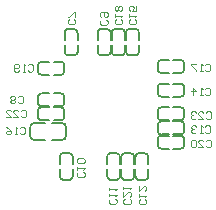
<source format=gbo>
G04*
G04 #@! TF.GenerationSoftware,Altium Limited,Altium Designer,20.0.9 (164)*
G04*
G04 Layer_Color=16776960*
%FSLAX25Y25*%
%MOIN*%
G70*
G01*
G75*
%ADD11C,0.00787*%
%ADD21C,0.00400*%
D11*
X488516Y332246D02*
G03*
X489783Y331260I1169J195D01*
G01*
X497362Y334606D02*
G03*
X496095Y335593I-1169J-195D01*
G01*
X496083Y331260D02*
G03*
X497366Y332441I98J1181D01*
G01*
X489783Y335591D02*
G03*
X488500Y334409I-98J-1181D01*
G01*
X497350Y339329D02*
G03*
X496083Y340315I-1169J-195D01*
G01*
X488504Y336968D02*
G03*
X489771Y335982I1169J195D01*
G01*
X489783Y340315D02*
G03*
X488500Y339134I-98J-1181D01*
G01*
X496083Y335984D02*
G03*
X497366Y337165I98J1181D01*
G01*
X488516Y341695D02*
G03*
X489783Y340709I1169J195D01*
G01*
X497362Y344055D02*
G03*
X496095Y345041I-1169J-195D01*
G01*
X496083Y340709D02*
G03*
X497366Y341890I98J1181D01*
G01*
X489783Y345039D02*
G03*
X488500Y343858I-98J-1181D01*
G01*
X497350Y351927D02*
G03*
X496083Y352913I-1169J-195D01*
G01*
X488504Y349567D02*
G03*
X489771Y348581I1169J195D01*
G01*
X489783Y352913D02*
G03*
X488500Y351732I-98J-1181D01*
G01*
X496083Y348583D02*
G03*
X497366Y349764I98J1181D01*
G01*
X488516Y357443D02*
G03*
X489783Y356457I1169J195D01*
G01*
X497362Y359803D02*
G03*
X496095Y360789I-1169J-195D01*
G01*
X496083Y356457D02*
G03*
X497366Y357638I98J1181D01*
G01*
X489783Y360787D02*
G03*
X488500Y359606I-98J-1181D01*
G01*
X476545Y362323D02*
G03*
X477531Y363591I-195J1169D01*
G01*
X474185Y371169D02*
G03*
X473199Y369902I195J-1169D01*
G01*
X477531Y369890D02*
G03*
X476350Y371173I-1181J98D01*
G01*
X473201Y363591D02*
G03*
X474382Y362307I1181J-98D01*
G01*
X478911Y371157D02*
G03*
X477925Y369890I195J-1169D01*
G01*
X481272Y362311D02*
G03*
X482258Y363579I-195J1169D01*
G01*
X477925Y363591D02*
G03*
X479106Y362307I1181J-98D01*
G01*
X482256Y369890D02*
G03*
X481075Y371173I-1181J98D01*
G01*
X469463Y371157D02*
G03*
X468476Y369890I195J-1169D01*
G01*
X471823Y362311D02*
G03*
X472809Y363579I-195J1169D01*
G01*
X468476Y363591D02*
G03*
X469658Y362307I1181J-98D01*
G01*
X472807Y369890D02*
G03*
X471626Y371173I-1181J98D01*
G01*
X458439Y371157D02*
G03*
X457453Y369890I195J-1169D01*
G01*
X460799Y362311D02*
G03*
X461786Y363579I-195J1169D01*
G01*
X457453Y363591D02*
G03*
X458634Y362307I1181J-98D01*
G01*
X461783Y369890D02*
G03*
X460602Y371173I-1181J98D01*
G01*
X448583Y356868D02*
G03*
X449850Y355882I1169J195D01*
G01*
X457429Y359228D02*
G03*
X456162Y360215I-1169J-195D01*
G01*
X456150Y355882D02*
G03*
X457433Y357063I98J1181D01*
G01*
X449850Y360213D02*
G03*
X448567Y359032I-98J-1181D01*
G01*
X448583Y346321D02*
G03*
X449850Y345335I1169J195D01*
G01*
X457429Y348681D02*
G03*
X456162Y349667I-1169J-195D01*
G01*
X456150Y345335D02*
G03*
X457433Y346516I98J1181D01*
G01*
X449850Y349665D02*
G03*
X448567Y348484I-98J-1181D01*
G01*
X457417Y344053D02*
G03*
X456150Y345039I-1169J-195D01*
G01*
X448571Y341693D02*
G03*
X449838Y340707I1169J195D01*
G01*
X449850Y345039D02*
G03*
X448567Y343858I-98J-1181D01*
G01*
X456150Y340709D02*
G03*
X457433Y341890I98J1181D01*
G01*
X446090Y335327D02*
G03*
X447276Y334244I1087J0D01*
G01*
X457910Y338673D02*
G03*
X456724Y339756I-1087J0D01*
G01*
X447276D02*
G03*
X446090Y338673I-98J-1083D01*
G01*
X456724Y334244D02*
G03*
X457910Y335327I98J1083D01*
G01*
X459222Y320890D02*
G03*
X460209Y322158I-195J1169D01*
G01*
X456862Y329736D02*
G03*
X455876Y328469I195J-1169D01*
G01*
X460209Y328457D02*
G03*
X459027Y329740I-1181J98D01*
G01*
X455878Y322158D02*
G03*
X457059Y320874I1181J-98D01*
G01*
X474970Y320890D02*
G03*
X475957Y322158I-195J1169D01*
G01*
X472610Y329736D02*
G03*
X471624Y328469I195J-1169D01*
G01*
X475957Y328457D02*
G03*
X474776Y329740I-1181J98D01*
G01*
X471626Y322158D02*
G03*
X472807Y320874I1181J-98D01*
G01*
X477337Y329724D02*
G03*
X476350Y328457I195J-1169D01*
G01*
X479697Y320878D02*
G03*
X480683Y322145I-195J1169D01*
G01*
X476350Y322158D02*
G03*
X477531Y320874I1181J-98D01*
G01*
X480681Y328457D02*
G03*
X479500Y329740I-1181J98D01*
G01*
X482061Y329724D02*
G03*
X481075Y328457I195J-1169D01*
G01*
X484421Y320878D02*
G03*
X485407Y322145I-195J1169D01*
G01*
X481075Y322158D02*
G03*
X482256Y320874I1181J-98D01*
G01*
X485405Y328457D02*
G03*
X484224Y329740I-1181J98D01*
G01*
X489783Y331260D02*
X492146D01*
X493720D02*
X496083D01*
X489783Y335591D02*
X492146D01*
X493720D02*
X496083D01*
X488504Y332244D02*
Y334606D01*
X497362Y332244D02*
Y334606D01*
X493720Y340315D02*
X496083D01*
X489783D02*
X492146D01*
X493720Y335984D02*
X496083D01*
X489783D02*
X492146D01*
X497362Y336968D02*
Y339331D01*
X488504Y336968D02*
Y339331D01*
X489783Y340709D02*
X492146D01*
X493720D02*
X496083D01*
X489783Y345039D02*
X492146D01*
X493720D02*
X496083D01*
X488504Y341693D02*
Y344055D01*
X497362Y341693D02*
Y344055D01*
X493720Y352913D02*
X496083D01*
X489783D02*
X492146D01*
X493720Y348583D02*
X496083D01*
X489783D02*
X492146D01*
X497362Y349567D02*
Y351929D01*
X488504Y349567D02*
Y351929D01*
X489783Y356457D02*
X492146D01*
X493720D02*
X496083D01*
X489783Y360787D02*
X492146D01*
X493720D02*
X496083D01*
X488504Y357441D02*
Y359803D01*
X497362Y357441D02*
Y359803D01*
X477531Y363591D02*
Y365953D01*
Y367528D02*
Y369890D01*
X473201Y363591D02*
Y365953D01*
Y367528D02*
Y369890D01*
X474185Y362311D02*
X476547D01*
X474185Y371169D02*
X476547D01*
X477925Y367528D02*
Y369890D01*
Y363591D02*
Y365953D01*
X482256Y367528D02*
Y369890D01*
Y363591D02*
Y365953D01*
X478909Y371169D02*
X481272D01*
X478909Y362311D02*
X481272D01*
X468476Y367528D02*
Y369890D01*
Y363591D02*
Y365953D01*
X472807Y367528D02*
Y369890D01*
Y363591D02*
Y365953D01*
X469461Y371169D02*
X471823D01*
X469461Y362311D02*
X471823D01*
X457453Y367528D02*
Y369890D01*
Y363591D02*
Y365953D01*
X461783Y367528D02*
Y369890D01*
Y363591D02*
Y365953D01*
X458437Y371169D02*
X460799D01*
X458437Y362311D02*
X460799D01*
X449850Y355882D02*
X452213D01*
X453787D02*
X456150D01*
X449850Y360213D02*
X452213D01*
X453787D02*
X456150D01*
X448571Y356866D02*
Y359228D01*
X457429Y356866D02*
Y359228D01*
X449850Y345335D02*
X452213D01*
X453787D02*
X456150D01*
X449850Y349665D02*
X452213D01*
X453787D02*
X456150D01*
X448571Y346319D02*
Y348681D01*
X457429Y346319D02*
Y348681D01*
X453787Y345039D02*
X456150D01*
X449850D02*
X452213D01*
X453787Y340709D02*
X456150D01*
X449850D02*
X452213D01*
X457429Y341693D02*
Y344055D01*
X448571Y341693D02*
Y344055D01*
X447276Y339756D02*
X450819D01*
X447276Y334244D02*
X450819D01*
X453181D02*
X456724D01*
X453181Y339756D02*
X456724D01*
X457905Y335425D02*
Y338575D01*
X446095Y335425D02*
Y338575D01*
X460209Y322158D02*
Y324520D01*
Y326095D02*
Y328457D01*
X455878Y322158D02*
Y324520D01*
Y326095D02*
Y328457D01*
X456862Y320878D02*
X459224D01*
X456862Y329736D02*
X459224D01*
X475957Y322158D02*
Y324520D01*
Y326095D02*
Y328457D01*
X471626Y322158D02*
Y324520D01*
Y326095D02*
Y328457D01*
X472610Y320878D02*
X474972D01*
X472610Y329736D02*
X474972D01*
X476350Y326095D02*
Y328457D01*
Y322158D02*
Y324520D01*
X480681Y326095D02*
Y328457D01*
Y322158D02*
Y324520D01*
X477335Y329736D02*
X479697D01*
X477335Y320878D02*
X479697D01*
X481075Y326095D02*
Y328457D01*
Y322158D02*
Y324520D01*
X485405Y326095D02*
Y328457D01*
Y322158D02*
Y324520D01*
X482059Y329736D02*
X484421D01*
X482059Y320878D02*
X484421D01*
D21*
X504534Y343283D02*
X504950Y343699D01*
X505784D01*
X506200Y343283D01*
Y341617D01*
X505784Y341200D01*
X504950D01*
X504534Y341617D01*
X502035Y341200D02*
X503701D01*
X502035Y342866D01*
Y343283D01*
X502451Y343699D01*
X503284D01*
X503701Y343283D01*
X501202D02*
X500785Y343699D01*
X499952D01*
X499536Y343283D01*
Y342866D01*
X499952Y342450D01*
X500369D01*
X499952D01*
X499536Y342033D01*
Y341617D01*
X499952Y341200D01*
X500785D01*
X501202Y341617D01*
X442866Y343733D02*
X443283Y344150D01*
X444116D01*
X444532Y343733D01*
Y342067D01*
X444116Y341650D01*
X443283D01*
X442866Y342067D01*
X440367Y341650D02*
X442033D01*
X440367Y343317D01*
Y343733D01*
X440784Y344150D01*
X441616D01*
X442033Y343733D01*
X437868Y341650D02*
X439534D01*
X437868Y343317D01*
Y343733D01*
X438284Y344150D01*
X439117D01*
X439534Y343733D01*
X479133Y314450D02*
X479550Y314034D01*
Y313201D01*
X479133Y312784D01*
X477467D01*
X477050Y313201D01*
Y314034D01*
X477467Y314450D01*
X477050Y316950D02*
Y315283D01*
X478717Y316950D01*
X479133D01*
X479550Y316533D01*
Y315700D01*
X479133Y315283D01*
X477050Y317783D02*
Y318616D01*
Y318199D01*
X479550D01*
X479133Y317783D01*
X504534Y333883D02*
X504950Y334299D01*
X505784D01*
X506200Y333883D01*
Y332217D01*
X505784Y331800D01*
X504950D01*
X504534Y332217D01*
X502035Y331800D02*
X503701D01*
X502035Y333466D01*
Y333883D01*
X502451Y334299D01*
X503284D01*
X503701Y333883D01*
X501202D02*
X500785Y334299D01*
X499952D01*
X499536Y333883D01*
Y332217D01*
X499952Y331800D01*
X500785D01*
X501202Y332217D01*
Y333883D01*
X445158Y359033D02*
X445574Y359450D01*
X446408D01*
X446824Y359033D01*
Y357367D01*
X446408Y356950D01*
X445574D01*
X445158Y357367D01*
X444325Y356950D02*
X443492D01*
X443908D01*
Y359450D01*
X444325Y359033D01*
X442242Y357367D02*
X441826Y356950D01*
X440992D01*
X440576Y357367D01*
Y359033D01*
X440992Y359450D01*
X441826D01*
X442242Y359033D01*
Y358616D01*
X441826Y358200D01*
X440576D01*
X476233Y374342D02*
X476650Y373926D01*
Y373093D01*
X476233Y372676D01*
X474567D01*
X474150Y373093D01*
Y373926D01*
X474567Y374342D01*
X474150Y375175D02*
Y376008D01*
Y375592D01*
X476650D01*
X476233Y375175D01*
Y377258D02*
X476650Y377674D01*
Y378507D01*
X476233Y378924D01*
X475816D01*
X475400Y378507D01*
X474984Y378924D01*
X474567D01*
X474150Y378507D01*
Y377674D01*
X474567Y377258D01*
X474984D01*
X475400Y377674D01*
X475816Y377258D01*
X476233D01*
X475400Y377674D02*
Y378507D01*
X504334Y359083D02*
X504750Y359499D01*
X505583D01*
X506000Y359083D01*
Y357417D01*
X505583Y357000D01*
X504750D01*
X504334Y357417D01*
X503501Y357000D02*
X502668D01*
X503084D01*
Y359499D01*
X503501Y359083D01*
X501418Y359499D02*
X499752D01*
Y359083D01*
X501418Y357417D01*
Y357000D01*
X442458Y338133D02*
X442874Y338550D01*
X443708D01*
X444124Y338133D01*
Y336467D01*
X443708Y336050D01*
X442874D01*
X442458Y336467D01*
X441625Y336050D02*
X440792D01*
X441208D01*
Y338550D01*
X441625Y338133D01*
X437876Y338550D02*
X438709Y338133D01*
X439542Y337300D01*
Y336467D01*
X439126Y336050D01*
X438293D01*
X437876Y336467D01*
Y336883D01*
X438293Y337300D01*
X439542D01*
X480933Y374342D02*
X481350Y373926D01*
Y373093D01*
X480933Y372676D01*
X479267D01*
X478850Y373093D01*
Y373926D01*
X479267Y374342D01*
X478850Y375175D02*
Y376008D01*
Y375592D01*
X481350D01*
X480933Y375175D01*
X481350Y378924D02*
Y377258D01*
X480100D01*
X480516Y378091D01*
Y378507D01*
X480100Y378924D01*
X479267D01*
X478850Y378507D01*
Y377674D01*
X479267Y377258D01*
X504334Y351183D02*
X504750Y351599D01*
X505583D01*
X506000Y351183D01*
Y349517D01*
X505583Y349100D01*
X504750D01*
X504334Y349517D01*
X503501Y349100D02*
X502668D01*
X503084D01*
Y351599D01*
X503501Y351183D01*
X500169Y349100D02*
Y351599D01*
X501418Y350350D01*
X499752D01*
X504334Y338583D02*
X504750Y338999D01*
X505583D01*
X506000Y338583D01*
Y336916D01*
X505583Y336500D01*
X504750D01*
X504334Y336916D01*
X503501Y336500D02*
X502668D01*
X503084D01*
Y338999D01*
X503501Y338583D01*
X501418D02*
X501002Y338999D01*
X500169D01*
X499752Y338583D01*
Y338166D01*
X500169Y337750D01*
X500585D01*
X500169D01*
X499752Y337333D01*
Y336916D01*
X500169Y336500D01*
X501002D01*
X501418Y336916D01*
X484333Y314342D02*
X484750Y313926D01*
Y313092D01*
X484333Y312676D01*
X482667D01*
X482250Y313092D01*
Y313926D01*
X482667Y314342D01*
X482250Y315175D02*
Y316008D01*
Y315592D01*
X484750D01*
X484333Y315175D01*
X482250Y318924D02*
Y317258D01*
X483917Y318924D01*
X484333D01*
X484750Y318508D01*
Y317674D01*
X484333Y317258D01*
X474433Y314559D02*
X474850Y314142D01*
Y313309D01*
X474433Y312893D01*
X472767D01*
X472350Y313309D01*
Y314142D01*
X472767Y314559D01*
X472350Y315392D02*
Y316225D01*
Y315808D01*
X474850D01*
X474433Y315392D01*
X472350Y317474D02*
Y318307D01*
Y317891D01*
X474850D01*
X474433Y317474D01*
X463733Y323442D02*
X464150Y323026D01*
Y322193D01*
X463733Y321776D01*
X462067D01*
X461650Y322193D01*
Y323026D01*
X462067Y323442D01*
X461650Y324275D02*
Y325108D01*
Y324692D01*
X464150D01*
X463733Y324275D01*
Y326358D02*
X464150Y326774D01*
Y327607D01*
X463733Y328024D01*
X462067D01*
X461650Y327607D01*
Y326774D01*
X462067Y326358D01*
X463733D01*
X471433Y374284D02*
X471850Y373867D01*
Y373034D01*
X471433Y372617D01*
X469767D01*
X469350Y373034D01*
Y373867D01*
X469767Y374284D01*
Y375116D02*
X469350Y375533D01*
Y376366D01*
X469767Y376783D01*
X471433D01*
X471850Y376366D01*
Y375533D01*
X471433Y375116D01*
X471017D01*
X470600Y375533D01*
Y376783D01*
X441917Y348433D02*
X442333Y348850D01*
X443166D01*
X443583Y348433D01*
Y346767D01*
X443166Y346350D01*
X442333D01*
X441917Y346767D01*
X441083Y348433D02*
X440667Y348850D01*
X439834D01*
X439417Y348433D01*
Y348017D01*
X439834Y347600D01*
X439417Y347183D01*
Y346767D01*
X439834Y346350D01*
X440667D01*
X441083Y346767D01*
Y347183D01*
X440667Y347600D01*
X441083Y348017D01*
Y348433D01*
X440667Y347600D02*
X439834D01*
X460533Y374383D02*
X460950Y373967D01*
Y373134D01*
X460533Y372717D01*
X458867D01*
X458450Y373134D01*
Y373967D01*
X458867Y374383D01*
X460950Y375217D02*
Y376883D01*
X460533D01*
X458867Y375217D01*
X458450D01*
M02*

</source>
